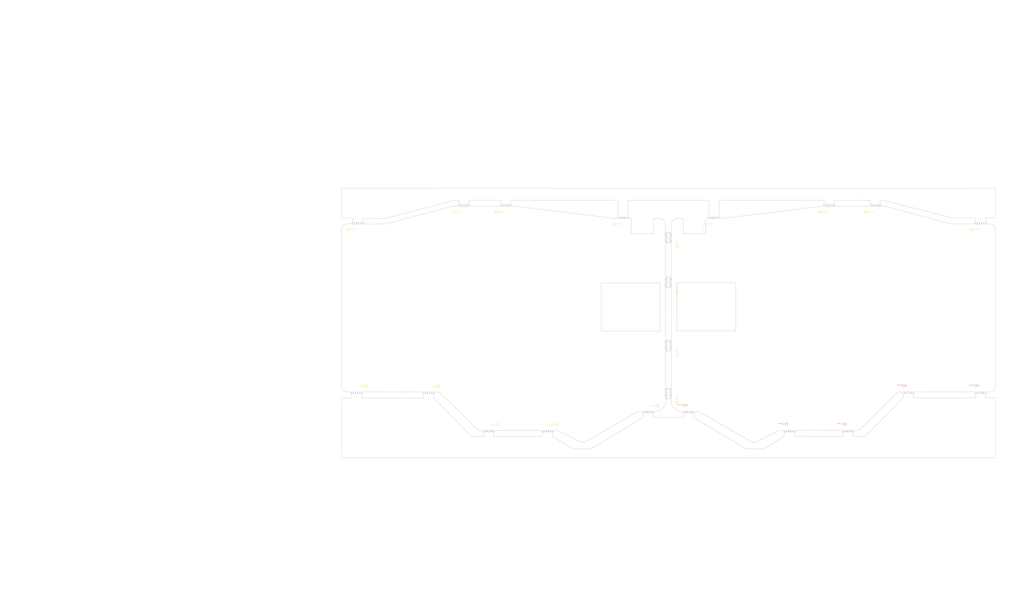
<source format=kicad_pcb>
(kicad_pcb (version 20210108) (generator pcbnew)
  (layers (0 "F.Cu" signal) (31 "B.Cu" power) (34 "B.Paste" user) (35 "F.Paste" user) (36 "B.SilkS" user "B.Silkscreen") (37 "F.SilkS" user "F.Silkscreen") (38 "B.Mask" user) (39 "F.Mask" user) (44 "Edge.Cuts" user))
  (net 0 "")
  (net 1 "GND")
  (footprint "BlueSof:mouseBit_2.5mm_singleSided" (layer "F.Cu") (at 62.567758 48.952764)
    (fp_text reference "REF**" (at -0.5 2.5 unlocked) (layer "F.SilkS"))
    (fp_text value "mouseBit_2.5mm_singleSided")
    (pad "" np_thru_hole circle (at 1.2 -0.3) (size 0.8 0.8) (drill 0.762) (layers F&B.Cu *.Mask))
    (pad "" np_thru_hole circle (at 2.1 -0.3) (size 0.8 0.8) (drill 0.762) (layers F&B.Cu *.Mask))
    (pad "" np_thru_hole circle (at 3 -0.3) (size 0.8 0.8) (drill 0.762) (layers F&B.Cu *.Mask))
    (pad "" np_thru_hole circle (at 3.9 -0.3) (size 0.8 0.8) (drill 0.762) (layers F&B.Cu *.Mask))
    (pad "" np_thru_hole circle (at 0.3 -0.3) (size 0.8 0.8) (drill 0.762) (layers F&B.Cu *.Mask))
  )
  (footprint "BlueSof:mouseBit_2.5mm" (layer "F.Cu") (at 133.58223 129.052764 90)
    (fp_text reference "REF**" (at -0.5 2.5 90 unlocked) (layer "F.SilkS"))
    (fp_text value "mouseBit_2.5mm")
    (pad "" np_thru_hole circle (at 3.9 -2.2 90) (size 0.8 0.8) (drill 0.762) (layers F&B.Cu *.Mask))
    (pad "" np_thru_hole circle (at 3 -0.3 90) (size 0.8 0.8) (drill 0.762) (layers F&B.Cu *.Mask))
    (pad "" np_thru_hole circle (at 0.3 -0.3 90) (size 0.8 0.8) (drill 0.762) (layers F&B.Cu *.Mask))
    (pad "" np_thru_hole circle (at 3.9 -0.3 90) (size 0.8 0.8) (drill 0.762) (layers F&B.Cu *.Mask))
    (pad "" np_thru_hole circle (at 2.1 -0.3 90) (size 0.8 0.8) (drill 0.762) (layers F&B.Cu *.Mask))
    (pad "" np_thru_hole circle (at 3 -2.2 90) (size 0.8 0.8) (drill 0.762) (layers F&B.Cu *.Mask))
    (pad "" np_thru_hole circle (at 0.3 -2.2 90) (size 0.8 0.8) (drill 0.762) (layers F&B.Cu *.Mask))
    (pad "" np_thru_hole circle (at 2.1 -2.2 90) (size 0.8 0.8) (drill 0.762) (layers F&B.Cu *.Mask))
    (pad "" np_thru_hole circle (at 1.2 -2.2 90) (size 0.8 0.8) (drill 0.762) (layers F&B.Cu *.Mask))
    (pad "" np_thru_hole circle (at 1.2 -0.3 90) (size 0.8 0.8) (drill 0.762) (layers F&B.Cu *.Mask))
  )
  (footprint "BlueSof:mouseBit_2.5mm_singleSided" (layer "F.Cu") (at 216.292678 48.971435)
    (fp_text reference "REF**" (at -0.5 2.5 unlocked) (layer "F.SilkS"))
    (fp_text value "mouseBit_2.5mm_singleSided")
    (pad "" np_thru_hole circle (at 2.1 -0.3) (size 0.8 0.8) (drill 0.762) (layers F&B.Cu *.Mask))
    (pad "" np_thru_hole circle (at 1.2 -0.3) (size 0.8 0.8) (drill 0.762) (layers F&B.Cu *.Mask))
    (pad "" np_thru_hole circle (at 3 -0.3) (size 0.8 0.8) (drill 0.762) (layers F&B.Cu *.Mask))
    (pad "" np_thru_hole circle (at 3.9 -0.3) (size 0.8 0.8) (drill 0.762) (layers F&B.Cu *.Mask))
    (pad "" np_thru_hole circle (at 0.3 -0.3) (size 0.8 0.8) (drill 0.762) (layers F&B.Cu *.Mask))
  )
  (footprint "BlueSof:mouseBit_2.5mm_singleSided" (layer "F.Cu") (at 34.664952 126.252764 180)
    (fp_text reference "REF**" (at -0.5 2.5 180 unlocked) (layer "F.SilkS"))
    (fp_text value "mouseBit_2.5mm_singleSided")
    (pad "" np_thru_hole circle (at 3 -0.3 180) (size 0.8 0.8) (drill 0.762) (layers F&B.Cu *.Mask))
    (pad "" np_thru_hole circle (at 1.2 -0.3 180) (size 0.8 0.8) (drill 0.762) (layers F&B.Cu *.Mask))
    (pad "" np_thru_hole circle (at 3.9 -0.3 180) (size 0.8 0.8) (drill 0.762) (layers F&B.Cu *.Mask))
    (pad "" np_thru_hole circle (at 0.3 -0.3 180) (size 0.8 0.8) (drill 0.762) (layers F&B.Cu *.Mask))
    (pad "" np_thru_hole circle (at 2.1 -0.3 180) (size 0.8 0.8) (drill 0.762) (layers F&B.Cu *.Mask))
  )
  (footprint "BlueSof:mouseBit_2.5mm_singleSided" (layer "F.Cu") (at 149.20723 54.052764)
    (fp_text reference "REF**" (at -0.5 2.5 unlocked) (layer "F.SilkS"))
    (fp_text value "mouseBit_2.5mm_singleSided")
    (pad "" np_thru_hole circle (at 3 -0.3) (size 0.8 0.8) (drill 0.762) (layers F&B.Cu *.Mask))
    (pad "" np_thru_hole circle (at 1.2 -0.3) (size 0.8 0.8) (drill 0.762) (layers F&B.Cu *.Mask))
    (pad "" np_thru_hole circle (at 2.1 -0.3) (size 0.8 0.8) (drill 0.762) (layers F&B.Cu *.Mask))
    (pad "" np_thru_hole circle (at 0.3 -0.3) (size 0.8 0.8) (drill 0.762) (layers F&B.Cu *.Mask))
    (pad "" np_thru_hole circle (at 3.9 -0.3) (size 0.8 0.8) (drill 0.762) (layers F&B.Cu *.Mask))
  )
  (footprint "BlueSof:mouseBit_2.5mm_singleSided" (layer "F.Cu") (at 125.97897 134.430005 180)
    (fp_text reference "REF**" (at -0.5 2.5 180 unlocked) (layer "F.SilkS"))
    (fp_text value "mouseBit_2.5mm_singleSided")
    (pad "" np_thru_hole circle (at 2.1 -0.3 180) (size 0.8 0.8) (drill 0.762) (layers F&B.Cu *.Mask))
    (pad "" np_thru_hole circle (at 3.9 -0.3 180) (size 0.8 0.8) (drill 0.762) (layers F&B.Cu *.Mask))
    (pad "" np_thru_hole circle (at 1.2 -0.3 180) (size 0.8 0.8) (drill 0.762) (layers F&B.Cu *.Mask))
    (pad "" np_thru_hole circle (at 0.3 -0.3 180) (size 0.8 0.8) (drill 0.762) (layers F&B.Cu *.Mask))
    (pad "" np_thru_hole circle (at 3 -0.3 180) (size 0.8 0.8) (drill 0.762) (layers F&B.Cu *.Mask))
  )
  (footprint "BlueSof:mouseBit_2.5mm_singleSided" (layer "F.Cu") (at 45.067758 48.952764)
    (fp_text reference "REF**" (at -0.5 2.5 unlocked) (layer "F.SilkS"))
    (fp_text value "mouseBit_2.5mm_singleSided")
    (pad "" np_thru_hole circle (at 1.2 -0.3) (size 0.8 0.8) (drill 0.762) (layers F&B.Cu *.Mask))
    (pad "" np_thru_hole circle (at 0.3 -0.3) (size 0.8 0.8) (drill 0.762) (layers F&B.Cu *.Mask))
    (pad "" np_thru_hole circle (at 2.1 -0.3) (size 0.8 0.8) (drill 0.762) (layers F&B.Cu *.Mask))
    (pad "" np_thru_hole circle (at 3.9 -0.3) (size 0.8 0.8) (drill 0.762) (layers F&B.Cu *.Mask))
    (pad "" np_thru_hole circle (at 3 -0.3) (size 0.8 0.8) (drill 0.762) (layers F&B.Cu *.Mask))
  )
  (footprint "BlueSof:mouseBit_2.5mm_singleSided" (layer "F.Cu") (at 197.058864 48.971435)
    (fp_text reference "REF**" (at -0.5 2.5 unlocked) (layer "F.SilkS"))
    (fp_text value "mouseBit_2.5mm_singleSided")
    (pad "" np_thru_hole circle (at 2.1 -0.3) (size 0.8 0.8) (drill 0.762) (layers F&B.Cu *.Mask))
    (pad "" np_thru_hole circle (at 1.2 -0.3) (size 0.8 0.8) (drill 0.762) (layers F&B.Cu *.Mask))
    (pad "" np_thru_hole circle (at 3.9 -0.3) (size 0.8 0.8) (drill 0.762) (layers F&B.Cu *.Mask))
    (pad "" np_thru_hole circle (at 0.3 -0.3) (size 0.8 0.8) (drill 0.762) (layers F&B.Cu *.Mask))
    (pad "" np_thru_hole circle (at 3 -0.3) (size 0.8 0.8) (drill 0.762) (layers F&B.Cu *.Mask))
  )
  (footprint "BlueSof:mouseBit_2.5mm_singleSided" (layer "F.Cu") (at 260.057703 56.286779)
    (fp_text reference "REF**" (at -0.5 2.5 unlocked) (layer "F.SilkS"))
    (fp_text value "mouseBit_2.5mm_singleSided")
    (pad "" np_thru_hole circle (at 3.9 -0.3) (size 0.8 0.8) (drill 0.762) (layers F&B.Cu *.Mask))
    (pad "" np_thru_hole circle (at 2.1 -0.3) (size 0.8 0.8) (drill 0.762) (layers F&B.Cu *.Mask))
    (pad "" np_thru_hole circle (at 1.2 -0.3) (size 0.8 0.8) (drill 0.762) (layers F&B.Cu *.Mask))
    (pad "" np_thru_hole circle (at 3 -0.3) (size 0.8 0.8) (drill 0.762) (layers F&B.Cu *.Mask))
    (pad "" np_thru_hole circle (at 0.3 -0.3) (size 0.8 0.8) (drill 0.762) (layers F&B.Cu *.Mask))
  )
  (footprint "BlueSof:mouseBit_2.5mm" (layer "F.Cu") (at 133.58223 82.802764 90)
    (fp_text reference "REF**" (at -0.5 2.5 90 unlocked) (layer "F.SilkS"))
    (fp_text value "mouseBit_2.5mm")
    (pad "" np_thru_hole circle (at 0.3 -0.3 90) (size 0.8 0.8) (drill 0.762) (layers F&B.Cu *.Mask))
    (pad "" np_thru_hole circle (at 1.2 -2.2 90) (size 0.8 0.8) (drill 0.762) (layers F&B.Cu *.Mask))
    (pad "" np_thru_hole circle (at 3.9 -0.3 90) (size 0.8 0.8) (drill 0.762) (layers F&B.Cu *.Mask))
    (pad "" np_thru_hole circle (at 0.3 -2.2 90) (size 0.8 0.8) (drill 0.762) (layers F&B.Cu *.Mask))
    (pad "" np_thru_hole circle (at 3 -2.2 90) (size 0.8 0.8) (drill 0.762) (layers F&B.Cu *.Mask))
    (pad "" np_thru_hole circle (at 1.2 -0.3 90) (size 0.8 0.8) (drill 0.762) (layers F&B.Cu *.Mask))
    (pad "" np_thru_hole circle (at 3.9 -2.2 90) (size 0.8 0.8) (drill 0.762) (layers F&B.Cu *.Mask))
    (pad "" np_thru_hole circle (at 2.1 -2.2 90) (size 0.8 0.8) (drill 0.762) (layers F&B.Cu *.Mask))
    (pad "" np_thru_hole circle (at 3 -0.3 90) (size 0.8 0.8) (drill 0.762) (layers F&B.Cu *.Mask))
    (pad "" np_thru_hole circle (at 2.1 -0.3 90) (size 0.8 0.8) (drill 0.762) (layers F&B.Cu *.Mask))
  )
  (footprint "BlueSof:mouseBit_2.5mm" (layer "F.Cu") (at 133.58223 64.052764 90)
    (fp_text reference "REF**" (at -0.5 2.5 90 unlocked) (layer "F.SilkS"))
    (fp_text value "mouseBit_2.5mm")
    (pad "" np_thru_hole circle (at 2.1 -2.2 90) (size 0.8 0.8) (drill 0.762) (layers F&B.Cu *.Mask))
    (pad "" np_thru_hole circle (at 1.2 -0.3 90) (size 0.8 0.8) (drill 0.762) (layers F&B.Cu *.Mask))
    (pad "" np_thru_hole circle (at 1.2 -2.2 90) (size 0.8 0.8) (drill 0.762) (layers F&B.Cu *.Mask))
    (pad "" np_thru_hole circle (at 0.3 -2.2 90) (size 0.8 0.8) (drill 0.762) (layers F&B.Cu *.Mask))
    (pad "" np_thru_hole circle (at 3.9 -0.3 90) (size 0.8 0.8) (drill 0.762) (layers F&B.Cu *.Mask))
    (pad "" np_thru_hole circle (at 2.1 -0.3 90) (size 0.8 0.8) (drill 0.762) (layers F&B.Cu *.Mask))
    (pad "" np_thru_hole circle (at 3.9 -2.2 90) (size 0.8 0.8) (drill 0.762) (layers F&B.Cu *.Mask))
    (pad "" np_thru_hole circle (at 3 -0.3 90) (size 0.8 0.8) (drill 0.762) (layers F&B.Cu *.Mask))
    (pad "" np_thru_hole circle (at 3 -2.2 90) (size 0.8 0.8) (drill 0.762) (layers F&B.Cu *.Mask))
    (pad "" np_thru_hole circle (at 0.3 -0.3 90) (size 0.8 0.8) (drill 0.762) (layers F&B.Cu *.Mask))
  )
  (footprint "BlueSof:mouseBit_2.5mm" (layer "F.Cu") (at 133.58223 109.052764 90)
    (fp_text reference "REF**" (at -0.5 2.5 90 unlocked) (layer "F.SilkS"))
    (fp_text value "mouseBit_2.5mm")
    (pad "" np_thru_hole circle (at 1.2 -2.2 90) (size 0.8 0.8) (drill 0.762) (layers F&B.Cu *.Mask))
    (pad "" np_thru_hole circle (at 2.1 -2.2 90) (size 0.8 0.8) (drill 0.762) (layers F&B.Cu *.Mask))
    (pad "" np_thru_hole circle (at 3 -0.3 90) (size 0.8 0.8) (drill 0.762) (layers F&B.Cu *.Mask))
    (pad "" np_thru_hole circle (at 1.2 -0.3 90) (size 0.8 0.8) (drill 0.762) (layers F&B.Cu *.Mask))
    (pad "" np_thru_hole circle (at 0.3 -2.2 90) (size 0.8 0.8) (drill 0.762) (layers F&B.Cu *.Mask))
    (pad "" np_thru_hole circle (at 3.9 -0.3 90) (size 0.8 0.8) (drill 0.762) (layers F&B.Cu *.Mask))
    (pad "" np_thru_hole circle (at 3.9 -2.2 90) (size 0.8 0.8) (drill 0.762) (layers F&B.Cu *.Mask))
    (pad "" np_thru_hole circle (at 3 -2.2 90) (size 0.8 0.8) (drill 0.762) (layers F&B.Cu *.Mask))
    (pad "" np_thru_hole circle (at 2.1 -0.3 90) (size 0.8 0.8) (drill 0.762) (layers F&B.Cu *.Mask))
    (pad "" np_thru_hole circle (at 0.3 -0.3 90) (size 0.8 0.8) (drill 0.762) (layers F&B.Cu *.Mask))
  )
  (footprint "BlueSof:mouseBit_2.5mm_singleSided" (layer "F.Cu") (at 111.33223 54.052764)
    (fp_text reference "REF**" (at -0.5 2.5 unlocked) (layer "F.SilkS"))
    (fp_text value "mouseBit_2.5mm_singleSided")
    (pad "" np_thru_hole circle (at 0.3 -0.3) (size 0.8 0.8) (drill 0.762) (layers F&B.Cu *.Mask))
    (pad "" np_thru_hole circle (at 1.2 -0.3) (size 0.8 0.8) (drill 0.762) (layers F&B.Cu *.Mask))
    (pad "" np_thru_hole circle (at 3 -0.3) (size 0.8 0.8) (drill 0.762) (layers F&B.Cu *.Mask))
    (pad "" np_thru_hole circle (at 3.9 -0.3) (size 0.8 0.8) (drill 0.762) (layers F&B.Cu *.Mask))
    (pad "" np_thru_hole circle (at 2.1 -0.3) (size 0.8 0.8) (drill 0.762) (layers F&B.Cu *.Mask))
  )
  (footprint "BlueSof:mouseBit_2.5mm_singleSided" (layer "F.Cu") (at 4.664952 126.252764 180)
    (fp_text reference "REF**" (at -0.5 2.5 180 unlocked) (layer "F.SilkS"))
    (fp_text value "mouseBit_2.5mm_singleSided")
    (pad "" np_thru_hole circle (at 3.9 -0.3 180) (size 0.8 0.8) (drill 0.762) (layers F&B.Cu *.Mask))
    (pad "" np_thru_hole circle (at 1.2 -0.3 180) (size 0.8 0.8) (drill 0.762) (layers F&B.Cu *.Mask))
    (pad "" np_thru_hole circle (at 2.1 -0.3 180) (size 0.8 0.8) (drill 0.762) (layers F&B.Cu *.Mask))
    (pad "" np_thru_hole circle (at 3 -0.3 180) (size 0.8 0.8) (drill 0.762) (layers F&B.Cu *.Mask))
    (pad "" np_thru_hole circle (at 0.3 -0.3 180) (size 0.8 0.8) (drill 0.762) (layers F&B.Cu *.Mask))
  )
  (footprint "BlueSof:mouseBit_2.5mm_singleSided" (layer "F.Cu") (at 0.856757 56.286779)
    (fp_text reference "REF**" (at -0.5 2.5 unlocked) (layer "F.SilkS"))
    (fp_text value "mouseBit_2.5mm_singleSided")
    (pad "" np_thru_hole circle (at 3.9 -0.3) (size 0.8 0.8) (drill 0.762) (layers F&B.Cu *.Mask))
    (pad "" np_thru_hole circle (at 3 -0.3) (size 0.8 0.8) (drill 0.762) (layers F&B.Cu *.Mask))
    (pad "" np_thru_hole circle (at 2.1 -0.3) (size 0.8 0.8) (drill 0.762) (layers F&B.Cu *.Mask))
    (pad "" np_thru_hole circle (at 0.3 -0.3) (size 0.8 0.8) (drill 0.762) (layers F&B.Cu *.Mask))
    (pad "" np_thru_hole circle (at 1.2 -0.3) (size 0.8 0.8) (drill 0.762) (layers F&B.Cu *.Mask))
  )
  (footprint "BlueSof:mouseBit_2.5mm_singleSided" (layer "F.Cu") (at 59.664952 142.252763 180)
    (fp_text reference "REF**" (at -0.5 2.5 180 unlocked) (layer "F.SilkS"))
    (fp_text value "mouseBit_2.5mm_singleSided")
    (pad "" np_thru_hole circle (at 3 -0.3 180) (size 0.8 0.8) (drill 0.762) (layers F&B.Cu *.Mask))
    (pad "" np_thru_hole circle (at 2.1 -0.3 180) (size 0.8 0.8) (drill 0.762) (layers F&B.Cu *.Mask))
    (pad "" np_thru_hole circle (at 3.9 -0.3 180) (size 0.8 0.8) (drill 0.762) (layers F&B.Cu *.Mask))
    (pad "" np_thru_hole circle (at 1.2 -0.3 180) (size 0.8 0.8) (drill 0.762) (layers F&B.Cu *.Mask))
    (pad "" np_thru_hole circle (at 0.3 -0.3 180) (size 0.8 0.8) (drill 0.762) (layers F&B.Cu *.Mask))
  )
  (footprint "BlueSof:mouseBit_2.5mm_singleSided" (layer "F.Cu") (at 84.075779 142.252763 180)
    (fp_text reference "REF**" (at -0.5 2.5 180 unlocked) (layer "F.SilkS"))
    (fp_text value "mouseBit_2.5mm_singleSided")
    (pad "" np_thru_hole circle (at 3 -0.3 180) (size 0.8 0.8) (drill 0.762) (layers F&B.Cu *.Mask))
    (pad "" np_thru_hole circle (at 1.2 -0.3 180) (size 0.8 0.8) (drill 0.762) (layers F&B.Cu *.Mask))
    (pad "" np_thru_hole circle (at 0.3 -0.3 180) (size 0.8 0.8) (drill 0.762) (layers F&B.Cu *.Mask))
    (pad "" np_thru_hole circle (at 2.1 -0.3 180) (size 0.8 0.8) (drill 0.762) (layers F&B.Cu *.Mask))
    (pad "" np_thru_hole circle (at 3.9 -0.3 180) (size 0.8 0.8) (drill 0.762) (layers F&B.Cu *.Mask))
  )
  (footprint "BlueSof:mouseBit_2.5mm_singleSided" (layer "B.Cu") (at 138.68549 134.421387)
    (fp_text reference "REF**" (at -0.5 -2.5 unlocked) (layer "B.SilkS") (effects (justify mirror)))
    (fp_text value "mouseBit_2.5mm_singleSided")
    (pad "" np_thru_hole circle (at 2.1 0.3) (size 0.8 0.8) (drill 0.762) (layers F&B.Cu *.Mask))
    (pad "" np_thru_hole circle (at 3.9 0.3) (size 0.8 0.8) (drill 0.762) (layers F&B.Cu *.Mask))
    (pad "" np_thru_hole circle (at 1.2 0.3) (size 0.8 0.8) (drill 0.762) (layers F&B.Cu *.Mask))
    (pad "" np_thru_hole circle (at 0.3 0.3) (size 0.8 0.8) (drill 0.762) (layers F&B.Cu *.Mask))
    (pad "" np_thru_hole circle (at 3 0.3) (size 0.8 0.8) (drill 0.762) (layers F&B.Cu *.Mask))
  )
  (footprint "BlueSof:mouseBit_2.5mm_singleSided" (layer "B.Cu") (at 229.999508 126.244146)
    (fp_text reference "REF**" (at -0.5 -2.5 unlocked) (layer "B.SilkS") (effects (justify mirror)))
    (fp_text value "mouseBit_2.5mm_singleSided")
    (pad "" np_thru_hole circle (at 3 0.3) (size 0.8 0.8) (drill 0.762) (layers F&B.Cu *.Mask))
    (pad "" np_thru_hole circle (at 1.2 0.3) (size 0.8 0.8) (drill 0.762) (layers F&B.Cu *.Mask))
    (pad "" np_thru_hole circle (at 3.9 0.3) (size 0.8 0.8) (drill 0.762) (layers F&B.Cu *.Mask))
    (pad "" np_thru_hole circle (at 0.3 0.3) (size 0.8 0.8) (drill 0.762) (layers F&B.Cu *.Mask))
    (pad "" np_thru_hole circle (at 2.1 0.3) (size 0.8 0.8) (drill 0.762) (layers F&B.Cu *.Mask))
  )
  (footprint "BlueSof:mouseBit_2.5mm_singleSided" (layer "B.Cu") (at 204.999508 142.244145)
    (fp_text reference "REF**" (at -0.5 -2.5 unlocked) (layer "B.SilkS") (effects (justify mirror)))
    (fp_text value "mouseBit_2.5mm_singleSided")
    (pad "" np_thru_hole circle (at 3 0.3) (size 0.8 0.8) (drill 0.762) (layers F&B.Cu *.Mask))
    (pad "" np_thru_hole circle (at 2.1 0.3) (size 0.8 0.8) (drill 0.762) (layers F&B.Cu *.Mask))
    (pad "" np_thru_hole circle (at 3.9 0.3) (size 0.8 0.8) (drill 0.762) (layers F&B.Cu *.Mask))
    (pad "" np_thru_hole circle (at 1.2 0.3) (size 0.8 0.8) (drill 0.762) (layers F&B.Cu *.Mask))
    (pad "" np_thru_hole circle (at 0.3 0.3) (size 0.8 0.8) (drill 0.762) (layers F&B.Cu *.Mask))
  )
  (footprint "BlueSof:mouseBit_2.5mm_singleSided" (layer "B.Cu") (at 259.999508 126.244146)
    (fp_text reference "REF**" (at -0.5 -2.5 unlocked) (layer "B.SilkS") (effects (justify mirror)))
    (fp_text value "mouseBit_2.5mm_singleSided")
    (pad "" np_thru_hole circle (at 3.9 0.3) (size 0.8 0.8) (drill 0.762) (layers F&B.Cu *.Mask))
    (pad "" np_thru_hole circle (at 1.2 0.3) (size 0.8 0.8) (drill 0.762) (layers F&B.Cu *.Mask))
    (pad "" np_thru_hole circle (at 2.1 0.3) (size 0.8 0.8) (drill 0.762) (layers F&B.Cu *.Mask))
    (pad "" np_thru_hole circle (at 3 0.3) (size 0.8 0.8) (drill 0.762) (layers F&B.Cu *.Mask))
    (pad "" np_thru_hole circle (at 0.3 0.3) (size 0.8 0.8) (drill 0.762) (layers F&B.Cu *.Mask))
  )
  (footprint "BlueSof:mouseBit_2.5mm_singleSided" (layer "B.Cu") (at 180.588681 142.244145)
    (fp_text reference "REF**" (at -0.5 -2.5 unlocked) (layer "B.SilkS") (effects (justify mirror)))
    (fp_text value "mouseBit_2.5mm_singleSided")
    (pad "" np_thru_hole circle (at 3 0.3) (size 0.8 0.8) (drill 0.762) (layers F&B.Cu *.Mask))
    (pad "" np_thru_hole circle (at 1.2 0.3) (size 0.8 0.8) (drill 0.762) (layers F&B.Cu *.Mask))
    (pad "" np_thru_hole circle (at 0.3 0.3) (size 0.8 0.8) (drill 0.762) (layers F&B.Cu *.Mask))
    (pad "" np_thru_hole circle (at 2.1 0.3) (size 0.8 0.8) (drill 0.762) (layers F&B.Cu *.Mask))
    (pad "" np_thru_hole circle (at 3.9 0.3) (size 0.8 0.8) (drill 0.762) (layers F&B.Cu *.Mask))
  )
  (gr_arc (start 228.749508 127.494146) (end 229.999508 127.494146) (angle -90) (layer "Edge.Cuts") (width 0.15))
  (gr_arc (start -1.232246 123.752764) (end -1.232246 126.252764) (angle 90) (layer "Edge.Cuts") (width 0.15))
  (gr_line (start 149.20723 52.802764) (end 149.20723 46.47) (layer "Edge.Cuts") (width 0.15))
  (gr_arc (start 78.639858 143.502763) (end 79.889857 143.485527) (angle -89.21001002) (layer "Edge.Cuts") (width 0.15))
  (gr_arc (start 249.896706 54.752764) (end 249.896706 56.252764) (angle 11.30993247) (layer "Edge.Cuts") (width 0.15))
  (gr_arc (start 35.914952 128.752764) (end 35.914952 126.252764) (angle 44.82371423) (layer "Edge.Cuts") (width 0.15))
  (gr_line (start 131.08223 84.052764) (end 131.099466 103.616843) (layer "Edge.Cuts") (width 0.15))
  (gr_line (start 134.386857 132.717161) (end 135.524932 133.767315) (layer "Edge.Cuts") (width 0.15))
  (gr_line (start 264.185429 127.494146) (end 264.185429 128.72691) (layer "Edge.Cuts") (width 0.15))
  (gr_line (start 43.396706 46.47) (end 14.646706 53.97) (layer "Edge.Cuts") (width 0.15))
  (gr_arc (start 144.123316 135.654151) (end 142.871411 135.654151) (angle 102.0883577) (layer "Edge.Cuts") (width 0.15))
  (gr_line (start 204.999508 143.494145) (end 204.999508 144.744145) (layer "Edge.Cuts") (width 0.15))
  (gr_line (start 268.396706 153.752764) (end -3.732246 153.735528) (layer "Edge.Cuts") (width 0.15))
  (gr_line (start 229.999508 127.494146) (end 229.999508 128.744146) (layer "Edge.Cuts") (width 0.15))
  (gr_arc (start -1.232246 58.752764) (end -3.732246 58.752764) (angle 80.53767854) (layer "Edge.Cuts") (width 0.15))
  (gr_arc (start 137.427015 135.671387) (end 138.68549 135.671387) (angle -99.45392432) (layer "Edge.Cuts") (width 0.15))
  (gr_line (start -3.732246 128.752764) (end -3.732246 153.735528) (layer "Edge.Cuts") (width 0.15))
  (gr_line (start 0.479031 127.502764) (end 0.479031 128.735528) (layer "Edge.Cuts") (width 0.15))
  (gr_line (start 249.602532 56.223635) (end 222.507699 48.98678) (layer "Edge.Cuts") (width 0.15))
  (gr_arc (start 258.807703 55.036779) (end 258.807703 56.286779) (angle -90) (layer "Edge.Cuts") (width 0.15))
  (gr_line (start 180.588681 143.494145) (end 180.588681 144.744145) (layer "Edge.Cuts") (width 0.15))
  (gr_line (start 95.590779 146.995812) (end 86.683373 142.519016) (layer "Edge.Cuts") (width 0.15))
  (gr_line (start 68.550621 48.952764) (end 68.003679 48.97) (layer "Edge.Cuts") (width 0.15))
  (gr_line (start 145.63549 134.764941) (end 166.701017 146.927128) (layer "Edge.Cuts") (width 0.15))
  (gr_arc (start 265.896706 123.752764) (end 265.896706 126.252764) (angle -90) (layer "Edge.Cuts") (width 0.15))
  (gr_line (start 30.479031 127.485528) (end 30.479031 128.735528) (layer "Edge.Cuts") (width 0.15))
  (gr_line (start 84.075779 143.502763) (end 84.075779 144.752763) (layer "Edge.Cuts") (width 0.15))
  (gr_line (start 55.479031 143.485527) (end 55.479031 144.735527) (layer "Edge.Cuts") (width 0.15))
  (gr_line (start 45.067758 46.452764) (end 43.396706 46.47) (layer "Edge.Cuts") (width 0.15))
  (gr_line (start 221.703675 46.47) (end 250.453675 53.786779) (layer "Edge.Cuts") (width 0.15))
  (gr_line (start 0.856757 53.786779) (end -3.732246 53.786779) (layer "Edge.Cuts") (width 0.15))
  (gr_line (start 133.58223 56.552764) (end 133.599466 58.616843) (layer "Edge.Cuts") (width 0.15))
  (gr_arc (start 265.435429 127.494146) (end 264.185429 127.494146) (angle 90) (layer "Edge.Cuts") (width 0.15))
  (gr_line (start 15.499877 56.108645) (end 42.156761 48.986779) (layer "Edge.Cuts") (width 0.15))
  (gr_arc (start 120.53415 135.662769) (end 121.793049 135.662769) (angle -101.6949572) (layer "Edge.Cuts") (width 0.15))
  (gr_line (start 216.292678 47.721435) (end 216.292678 46.471435) (layer "Edge.Cuts") (width 0.15))
  (gr_arc (start 29.229031 127.485528) (end 30.479031 127.485528) (angle -90) (layer "Edge.Cuts") (width 0.15))
  (gr_line (start 34.664952 127.502764) (end 34.664952 128.752764) (layer "Edge.Cuts") (width 0.15))
  (gr_line (start 116.842754 54.052764) (end 116.842754 60.352764) (layer "Edge.Cuts") (width 0.15))
  (gr_line (start 264.243624 55.054015) (end 264.243624 53.804015) (layer "Edge.Cuts") (width 0.15))
  (gr_line (start 184.774602 144.726909) (end 204.999508 144.744145) (layer "Edge.Cuts") (width 0.15))
  (gr_arc (start 85.560708 144.752764) (end 85.560708 142.252763) (angle 26.68376982) (layer "Edge.Cuts") (width 0.15))
  (gr_line (start 215.042678 48.971435) (end 202.494785 48.988671) (layer "Edge.Cuts") (width 0.15))
  (gr_line (start 5.042678 55.054015) (end 5.042678 53.97) (layer "Edge.Cuts") (width 0.15))
  (gr_line (start 4.664952 127.502764) (end 4.664952 128.752764) (layer "Edge.Cuts") (width 0.15))
  (gr_line (start 201.244785 47.738671) (end 201.244785 46.488671) (layer "Edge.Cuts") (width 0.15))
  (gr_line (start 138.68549 136.921387) (end 125.97897 136.930005) (layer "Edge.Cuts") (width 0.15))
  (gr_arc (start 132.33223 65.302764) (end 133.58223 65.302764) (angle -180) (layer "Edge.Cuts") (width 0.15))
  (gr_arc (start 68.003679 47.72) (end 66.753679 47.72) (angle -90) (layer "Edge.Cuts") (width 0.15))
  (gr_line (start 164.646706 149.994146) (end 172.146706 149.994146) (layer "Edge.Cuts") (width 0.15))
  (gr_arc (start 61.317758 47.702764) (end 62.567758 47.702764) (angle 90) (layer "Edge.Cuts") (width 0.15))
  (gr_arc (start 6.292678 55.054015) (end 5.042678 55.054015) (angle -90) (layer "Edge.Cuts") (width 0.15))
  (gr_line (start 138.571706 60.352764) (end 138.571706 54.052764) (layer "Edge.Cuts") (width 0.15))
  (gr_line (start 142.871411 135.654151) (end 142.871411 136.904151) (layer "Edge.Cuts") (width 0.15))
  (gr_arc (start -0.393243 55.036779) (end -0.393243 56.286779) (angle -90) (layer "Edge.Cuts") (width 0.15))
  (gr_arc (start 228.749508 128.752764) (end 228.749508 126.252764) (angle -44.82371423) (layer "Edge.Cuts") (width 0.15))
  (gr_line (start -0.770969 126.252764) (end -1.232246 126.252764) (layer "Edge.Cuts") (width 0.15))
  (gr_line (start 203.749508 142.244145) (end 186.024602 142.226909) (layer "Edge.Cuts") (width 0.15))
  (gr_arc (start 120.278969 136.930005) (end 119.02897 134.764941) (angle 29.99999438) (layer "Edge.Cuts") (width 0.15))
  (gr_line (start 268.396706 53.804015) (end 268.396706 41.47) (layer "Edge.Cuts") (width 0.15))
  (gr_line (start 34.664952 128.752764) (end 50.479031 144.735527) (layer "Edge.Cuts") (width 0.15))
  (gr_line (start 0.856757 55.036779) (end 0.856757 53.786779) (layer "Edge.Cuts") (width 0.15))
  (gr_line (start 264.243624 53.804015) (end 268.396706 53.804015) (layer "Edge.Cuts") (width 0.15))
  (gr_line (start 169.073681 146.995812) (end 177.981087 142.519016) (layer "Edge.Cuts") (width 0.15))
  (gr_rect (start 160.296706 80.802764) (end 135.796706 100.802764) (layer "Edge.Cuts") (width 0.15) (fill none))
  (gr_arc (start 132.349466 103.616843) (end 131.099466 103.616843) (angle -180) (layer "Edge.Cuts") (width 0.15))
  (gr_line (start 43.817758 48.952764) (end 42.567758 48.952764) (layer "Edge.Cuts") (width 0.15))
  (gr_arc (start 5.914952 127.502764) (end 4.664952 127.502764) (angle 90) (layer "Edge.Cuts") (width 0.15))
  (gr_line (start 62.567758 47.702764) (end 62.567758 46.452764) (layer "Edge.Cuts") (width 0.15))
  (gr_line (start 126.092754 54.052764) (end 128.58223 54.052764) (layer "Edge.Cuts") (width 0.15))
  (gr_arc (start 195.808864 47.721435) (end 195.961066 48.957435) (angle -82.97989996) (layer "Edge.Cuts") (width 0.15))
  (gr_line (start 115.518151 52.82) (end 115.518151 46.47) (layer "Edge.Cuts") (width 0.15))
  (gr_line (start 184.774602 143.476909) (end 184.774602 144.726909) (layer "Edge.Cuts") (width 0.15))
  (gr_line (start 138.571706 54.052764) (end 136.08223 54.052764) (layer "Edge.Cuts") (width 0.15))
  (gr_arc (start 186.024602 143.476909) (end 184.774602 143.476909) (angle 90) (layer "Edge.Cuts") (width 0.15))
  (gr_arc (start 136.08223 56.552764) (end 136.08223 54.052764) (angle -90) (layer "Edge.Cuts") (width 0.15))
  (gr_line (start 209.185429 144.726909) (end 214.185429 144.726909) (layer "Edge.Cuts") (width 0.15))
  (gr_line (start 111.33223 46.47) (end 66.753679 46.47) (layer "Edge.Cuts") (width 0.15))
  (gr_line (start 197.058864 47.721435) (end 197.058864 46.471435) (layer "Edge.Cuts") (width 0.15))
  (gr_arc (start 43.817758 47.702764) (end 45.067758 47.702764) (angle 90) (layer "Edge.Cuts") (width 0.15))
  (gr_line (start 133.58223 110.302764) (end 133.599466 123.616843) (layer "Edge.Cuts") (width 0.15))
  (gr_line (start 195.961066 48.957435) (end 154.466011 54.048091) (layer "Edge.Cuts") (width 0.15))
  (gr_line (start 68.855596 48.971435) (end 110.198449 54.048092) (layer "Edge.Cuts") (width 0.15))
  (gr_arc (start 265.896706 58.752764) (end 268.396706 58.752764) (angle -80.53767854) (layer "Edge.Cuts") (width 0.15))
  (gr_line (start 138.68549 135.671387) (end 138.68549 136.921387) (layer "Edge.Cuts") (width 0.15))
  (gr_arc (start 35.914952 127.502764) (end 34.664952 127.502764) (angle 90) (layer "Edge.Cuts") (width 0.15))
  (gr_arc (start 42.567758 51.452764) (end 42.156761 48.986779) (angle 9.462321464) (layer "Edge.Cuts") (width 0.15))
  (gr_line (start 222.096702 48.952764) (end 221.728599 48.988671) (layer "Edge.Cuts") (width 0.15))
  (gr_line (start -3.732246 53.786779) (end -3.732246 41.452764) (layer "Edge.Cuts") (width 0.15))
  (gr_line (start 149.20723 46.47) (end 115.518151 46.47) (layer "Edge.Cuts") (width 0.15))
  (gr_arc (start 136.08223 130.879851) (end 133.58223 130.879851) (angle -47.3008237) (layer "Edge.Cuts") (width 0.15))
  (gr_line (start 220.478599 47.738671) (end 220.478599 46.488671) (layer "Edge.Cuts") (width 0.15))
  (gr_arc (start 96.713443 144.762065) (end 97.963443 146.927128) (angle 56.68375556) (layer "Edge.Cuts") (width 0.15))
  (gr_arc (start 144.385491 136.930005) (end 145.63549 134.764941) (angle -29.99999438) (layer "Edge.Cuts") (width 0.15))
  (gr_line (start 209.185429 143.476909) (end 209.185429 144.726909) (layer "Edge.Cuts") (width 0.15))
  (gr_arc (start 128.58223 130.879851) (end 131.08223 130.879851) (angle 47.3008237) (layer "Edge.Cuts") (width 0.15))
  (gr_line (start 30.479031 128.735528) (end 4.664952 128.752764) (layer "Edge.Cuts") (width 0.15))
  (gr_arc (start 202.494785 47.738671) (end 202.494785 48.988671) (angle 90) (layer "Edge.Cuts") (width 0.15))
  (gr_line (start 125.97897 135.680005) (end 125.97897 136.930005) (layer "Edge.Cuts") (width 0.15))
  (gr_line (start 130.277603 132.717161) (end 129.139528 133.767315) (layer "Edge.Cuts") (width 0.15))
  (gr_arc (start -0.770969 127.502764) (end 0.479031 127.502764) (angle -90) (layer "Edge.Cuts") (width 0.15))
  (gr_line (start 100.017754 150.002764) (end 92.517754 150.002764) (layer "Edge.Cuts") (width 0.15))
  (gr_line (start 259.999508 127.494146) (end 259.999508 128.744146) (layer "Edge.Cuts") (width 0.15))
  (gr_line (start 55.479031 144.735527) (end 50.479031 144.735527) (layer "Edge.Cuts") (width 0.15))
  (gr_line (start 258.749508 126.244146) (end 235.435429 126.22691) (layer "Edge.Cuts") (width 0.15))
  (gr_line (start 79.889858 143.485527) (end 79.889858 144.735527) (layer "Edge.Cuts") (width 0.15))
  (gr_arc (start 221.728599 47.738671) (end 221.728599 48.988671) (angle 90) (layer "Edge.Cuts") (width 0.15))
  (gr_line (start 250.453675 53.786779) (end 260.057703 53.786779) (layer "Edge.Cuts") (width 0.15))
  (gr_line (start 180.588681 144.744145) (end 172.146706 149.994146) (layer "Edge.Cuts") (width 0.15))
  (gr_arc (start 210.435429 143.476909) (end 209.185429 143.476909) (angle 90) (layer "Edge.Cuts") (width 0.15))
  (gr_arc (start 68.550621 51.452764) (end 68.550621 48.952764) (angle 7.006961979) (layer "Edge.Cuts") (width 0.15))
  (gr_arc (start 132.349466 77.366843) (end 131.099466 77.366843) (angle -180) (layer "Edge.Cuts") (width 0.15))
  (gr_line (start 133.58223 65.302764) (end 133.599466 77.366843) (layer "Edge.Cuts") (width 0.15))
  (gr_line (start 121.793049 136.912769) (end 100.017754 150.002764) (layer "Edge.Cuts") (width 0.15))
  (gr_line (start 52.31346 141.525961) (end 37.677272 126.979566) (layer "Edge.Cuts") (width 0.15))
  (gr_arc (start 127.22897 135.680005) (end 125.97897 135.680005) (angle 99.76761718) (layer "Edge.Cuts") (width 0.15))
  (gr_rect (start 104.367754 80.952764) (end 128.867754 100.952764) (layer "Edge.Cuts") (width 0.15) (fill none))
  (gr_line (start 84.075779 144.752763) (end 92.517754 150.002764) (layer "Edge.Cuts") (width 0.15))
  (gr_line (start 197.058864 46.471435) (end 153.393151 46.47) (layer "Edge.Cuts") (width 0.15))
  (gr_arc (start 60.914952 143.502763) (end 59.664952 143.502763) (angle 90) (layer "Edge.Cuts") (width 0.15))
  (gr_line (start 147.821706 60.352764) (end 138.571706 60.352764) (layer "Edge.Cuts") (width 0.15))
  (gr_arc (start 167.951017 144.762065) (end 166.701017 146.927128) (angle -56.68375556) (layer "Edge.Cuts") (width 0.15))
  (gr_arc (start 132.33223 110.302764) (end 133.58223 110.302764) (angle -180) (layer "Edge.Cuts") (width 0.15))
  (gr_arc (start 132.33223 84.052764) (end 133.58223 84.052764) (angle -180) (layer "Edge.Cuts") (width 0.15))
  (gr_arc (start 132.33223 130.302764) (end 133.58223 130.302764) (angle -180) (layer "Edge.Cuts") (width 0.15))
  (gr_arc (start 14.856757 55.036778) (end 14.856757 56.286779) (angle -30.96374867) (layer "Edge.Cuts") (width 0.15))
  (gr_line (start 266.307703 56.286779) (end 265.493624 56.304015) (layer "Edge.Cuts") (width 0.15))
  (gr_arc (start 85.325779 143.502763) (end 84.075779 143.502763) (angle 100.6441844) (layer "Edge.Cuts") (width 0.15))
  (gr_line (start 264.185429 128.72691) (end 268.396706 128.744146) (layer "Edge.Cuts") (width 0.15))
  (gr_line (start -0.393243 56.286779) (end -1.643243 56.286779) (layer "Edge.Cuts") (width 0.15))
  (gr_arc (start 235.435429 127.47691) (end 234.185429 127.47691) (angle 90) (layer "Edge.Cuts") (width 0.15))
  (gr_arc (start 215.042678 47.721435) (end 215.042678 48.971435) (angle -90) (layer "Edge.Cuts") (width 0.15))
  (gr_line (start 62.567758 46.452764) (end 49.253679 46.47) (layer "Edge.Cuts") (width 0.15))
  (gr_arc (start 137.220305 131.930005) (end 135.524932 133.767316) (angle -42.6991763) (layer "Edge.Cuts") (width 0.15))
  (gr_line (start 131.099466 58.616843) (end 131.08223 56.552764) (layer "Edge.Cuts") (width 0.15))
  (gr_arc (start 210.588681 139.752763) (end 210.588681 142.252763) (angle -44.82370585) (layer "Edge.Cuts") (width 0.15))
  (gr_line (start 142.871411 136.904151) (end 164.646706 149.994146) (layer "Edge.Cuts") (width 0.15))
  (gr_line (start 216.292678 46.471435) (end 201.244785 46.488671) (layer "Edge.Cuts") (width 0.15))
  (gr_arc (start 203.749508 143.494145) (end 204.999508 143.494145) (angle -90) (layer "Edge.Cuts") (width 0.15))
  (gr_line (start 45.067758 47.702764) (end 45.067758 46.452764) (layer "Edge.Cuts") (width 0.15))
  (gr_arc (start 54.23591 143.485527) (end 55.479031 143.485527) (angle -97.40104718) (layer "Edge.Cuts") (width 0.15))
  (gr_line (start 131.099466 123.616843) (end 131.08223 110.302764) (layer "Edge.Cuts") (width 0.15))
  (gr_line (start 66.753679 47.72) (end 66.753679 46.47) (layer "Edge.Cuts") (width 0.15))
  (gr_line (start 153.393151 52.82) (end 153.393151 46.47) (layer "Edge.Cuts") (width 0.15))
  (gr_line (start 133.58223 130.879851) (end 133.58223 130.302764) (layer "Edge.Cuts") (width 0.15))
  (gr_arc (start 128.58223 56.552764) (end 128.58223 54.052764) (angle 90) (layer "Edge.Cuts") (width 0.15))
  (gr_line (start -3.732246 123.752764) (end -3.732246 58.752764) (layer "Edge.Cuts") (width 0.15))
  (gr_line (start 234.185429 128.72691) (end 259.999508 128.744146) (layer "Edge.Cuts") (width 0.15))
  (gr_arc (start 222.096702 51.452764) (end 222.507699 48.986779) (angle -9.462321464) (layer "Edge.Cuts") (width 0.15))
  (gr_line (start 59.664952 143.502763) (end 59.664952 144.752763) (layer "Edge.Cuts") (width 0.15))
  (gr_arc (start 110.08223 52.802764) (end 110.198449 54.048092) (angle -84.66837082) (layer "Edge.Cuts") (width 0.15))
  (gr_line (start 121.793049 135.662769) (end 121.793049 136.912769) (layer "Edge.Cuts") (width 0.15))
  (gr_line (start 29.229031 126.235528) (end 5.914952 126.252764) (layer "Edge.Cuts") (width 0.15))
  (gr_line (start 179.338681 142.244145) (end 179.103752 142.252763) (layer "Edge.Cuts") (width 0.15))
  (gr_arc (start 127.444155 131.930005) (end 129.139528 133.767316) (angle 42.6991763) (layer "Edge.Cuts") (width 0.15))
  (gr_line (start 212.351 141.525961) (end 226.987188 126.979566) (layer "Edge.Cuts") (width 0.15))
  (gr_line (start -3.732246 41.452764) (end 268.396706 41.47) (layer "Edge.Cuts") (width 0.15))
  (gr_line (start 126.092754 60.352764) (end 126.092754 54.052764) (layer "Edge.Cuts") (width 0.15))
  (gr_line (start 234.185429 127.47691) (end 234.185429 128.72691) (layer "Edge.Cuts") (width 0.15))
  (gr_line (start 6.292678 56.304015) (end 14.856757 56.286779) (layer "Edge.Cuts") (width 0.15))
  (gr_line (start 258.807703 56.286779) (end 249.896706 56.252764) (layer "Edge.Cuts") (width 0.15))
  (gr_line (start 229.999508 128.744146) (end 214.185429 144.726909) (layer "Edge.Cuts") (width 0.15))
  (gr_line (start 147.821706 54.052764) (end 147.821706 60.352764) (layer "Edge.Cuts") (width 0.15))
  (gr_line (start 61.317758 48.952764) (end 50.503679 48.97) (layer "Edge.Cuts") (width 0.15))
  (gr_arc (start 179.338681 143.494145) (end 180.588681 143.494145) (angle -90) (layer "Edge.Cuts") (width 0.15))
  (gr_arc (start 179.103752 144.752764) (end 179.103752 142.252763) (angle -26.68376982) (layer "Edge.Cuts") (width 0.15))
  (gr_arc (start 265.493624 55.054015) (end 265.493624 56.304015) (angle 90) (layer "Edge.Cuts") (width 0.15))
  (gr_line (start 0.479031 128.735528) (end -3.732246 128.752764) (layer "Edge.Cuts") (width 0.15))
  (gr_arc (start 258.749508 127.494146) (end 259.999508 127.494146) (angle -90) (layer "Edge.Cuts") (width 0.15))
  (gr_line (start 260.057703 55.036779) (end 260.057703 53.786779) (layer "Edge.Cuts") (width 0.15))
  (gr_line (start 268.396706 128.744146) (end 268.396706 153.752764) (layer "Edge.Cuts") (width 0.15))
  (gr_line (start 79.889858 144.735527) (end 59.664952 144.752763) (layer "Edge.Cuts") (width 0.15))
  (gr_arc (start 50.503679 47.72) (end 50.503679 48.97) (angle 90) (layer "Edge.Cuts") (width 0.15))
  (gr_line (start 131.08223 130.879851) (end 131.08223 130.302764) (layer "Edge.Cuts") (width 0.15))
  (gr_arc (start 54.075779 139.752763) (end 54.075779 142.252763) (angle 44.82370585) (layer "Edge.Cuts") (width 0.15))
  (gr_arc (start 132.349466 58.616843) (end 131.099466 58.616843) (angle -180) (layer "Edge.Cuts") (width 0.15))
  (gr_line (start 78.639858 142.252645) (end 60.914952 142.252763) (layer "Edge.Cuts") (width 0.15))
  (gr_line (start 116.842754 60.352764) (end 126.092754 60.352764) (layer "Edge.Cuts") (width 0.15))
  (gr_line (start 220.478599 46.488671) (end 221.703675 46.47) (layer "Edge.Cuts") (width 0.15))
  (gr_line (start 119.02897 134.764941) (end 97.963443 146.927128) (layer "Edge.Cuts") (width 0.15))
  (gr_line (start 133.599466 103.616843) (end 133.58223 84.052764) (layer "Edge.Cuts") (width 0.15))
  (gr_arc (start 116.768151 52.82) (end 116.842754 54.052764) (angle 93.46313682) (layer "Edge.Cuts") (width 0.15))
  (gr_line (start 14.646706 53.97) (end 5.042678 53.97) (layer "Edge.Cuts") (width 0.15))
  (gr_line (start 111.33223 52.802764) (end 111.33223 46.47) (layer "Edge.Cuts") (width 0.15))
  (gr_line (start 265.896706 126.252764) (end 265.435429 126.244146) (layer "Edge.Cuts") (width 0.15))
  (gr_line (start 131.099466 77.366843) (end 131.08223 65.302764) (layer "Edge.Cuts") (width 0.15))
  (gr_arc (start 154.643151 52.82) (end 154.466011 54.048091) (angle 81.79226503) (layer "Edge.Cuts") (width 0.15))
  (gr_line (start 268.396706 123.752764) (end 268.396706 58.752764) (layer "Edge.Cuts") (width 0.15))
  (gr_arc (start 147.950601 52.802764) (end 147.821706 54.052764) (angle -95.88730405) (layer "Edge.Cuts") (width 0.15))
  (gr_arc (start 132.349466 123.616843) (end 131.099466 123.616843) (angle -180) (layer "Edge.Cuts") (width 0.15))
  (gr_line (start 49.253679 47.72) (end 49.253679 46.47) (layer "Edge.Cuts") (width 0.15))
)
</source>
